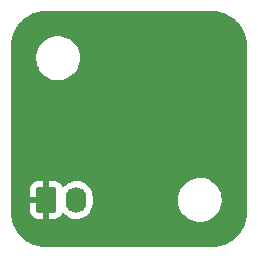
<source format=gbr>
%TF.GenerationSoftware,KiCad,Pcbnew,7.0.7*%
%TF.CreationDate,2023-09-06T19:43:05-05:00*%
%TF.ProjectId,HW1,4857312e-6b69-4636-9164-5f7063625858,1.0*%
%TF.SameCoordinates,Original*%
%TF.FileFunction,Copper,L2,Bot*%
%TF.FilePolarity,Positive*%
%FSLAX46Y46*%
G04 Gerber Fmt 4.6, Leading zero omitted, Abs format (unit mm)*
G04 Created by KiCad (PCBNEW 7.0.7) date 2023-09-06 19:43:05*
%MOMM*%
%LPD*%
G01*
G04 APERTURE LIST*
G04 Aperture macros list*
%AMRoundRect*
0 Rectangle with rounded corners*
0 $1 Rounding radius*
0 $2 $3 $4 $5 $6 $7 $8 $9 X,Y pos of 4 corners*
0 Add a 4 corners polygon primitive as box body*
4,1,4,$2,$3,$4,$5,$6,$7,$8,$9,$2,$3,0*
0 Add four circle primitives for the rounded corners*
1,1,$1+$1,$2,$3*
1,1,$1+$1,$4,$5*
1,1,$1+$1,$6,$7*
1,1,$1+$1,$8,$9*
0 Add four rect primitives between the rounded corners*
20,1,$1+$1,$2,$3,$4,$5,0*
20,1,$1+$1,$4,$5,$6,$7,0*
20,1,$1+$1,$6,$7,$8,$9,0*
20,1,$1+$1,$8,$9,$2,$3,0*%
G04 Aperture macros list end*
%TA.AperFunction,ComponentPad*%
%ADD10RoundRect,0.250000X-0.620000X-0.845000X0.620000X-0.845000X0.620000X0.845000X-0.620000X0.845000X0*%
%TD*%
%TA.AperFunction,ComponentPad*%
%ADD11O,1.740000X2.190000*%
%TD*%
%TA.AperFunction,ViaPad*%
%ADD12C,0.800000*%
%TD*%
G04 APERTURE END LIST*
D10*
%TO.P,J1,1,Pin_1*%
%TO.N,GND*%
X133000000Y-106000000D03*
D11*
%TO.P,J1,2,Pin_2*%
%TO.N,+3V3*%
X135540000Y-106000000D03*
%TD*%
D12*
%TO.N,GND*%
X136000000Y-102000000D03*
%TD*%
%TA.AperFunction,Conductor*%
%TO.N,GND*%
G36*
X147001619Y-90000584D02*
G01*
X147133628Y-90007503D01*
X147317027Y-90017803D01*
X147323212Y-90018465D01*
X147475647Y-90042608D01*
X147638194Y-90070226D01*
X147643811Y-90071453D01*
X147796693Y-90112418D01*
X147889122Y-90139046D01*
X147951724Y-90157082D01*
X147956759Y-90158769D01*
X148106183Y-90216127D01*
X148254007Y-90277358D01*
X148258412Y-90279388D01*
X148324180Y-90312899D01*
X148401921Y-90352511D01*
X148477428Y-90394241D01*
X148541480Y-90429641D01*
X148545215Y-90431882D01*
X148619487Y-90480115D01*
X148680872Y-90519980D01*
X148768357Y-90582053D01*
X148810764Y-90612142D01*
X148813886Y-90614510D01*
X148938748Y-90715621D01*
X148941034Y-90717567D01*
X149058721Y-90822738D01*
X149061248Y-90825128D01*
X149174870Y-90938750D01*
X149177260Y-90941277D01*
X149282431Y-91058964D01*
X149284385Y-91061260D01*
X149385480Y-91186102D01*
X149387862Y-91189243D01*
X149480019Y-91319127D01*
X149533758Y-91401875D01*
X149568106Y-91454767D01*
X149570364Y-91458531D01*
X149647488Y-91598078D01*
X149720604Y-91741575D01*
X149722643Y-91745997D01*
X149783877Y-91893829D01*
X149841221Y-92043217D01*
X149842916Y-92048273D01*
X149887579Y-92203297D01*
X149928541Y-92356171D01*
X149929778Y-92361835D01*
X149957394Y-92524369D01*
X149981530Y-92676758D01*
X149982196Y-92682985D01*
X149992509Y-92866617D01*
X149999415Y-92998377D01*
X149999500Y-93001623D01*
X149999500Y-106998376D01*
X149999415Y-107001622D01*
X149992509Y-107133382D01*
X149982196Y-107317013D01*
X149981530Y-107323240D01*
X149957394Y-107475630D01*
X149929778Y-107638163D01*
X149928541Y-107643827D01*
X149887579Y-107796702D01*
X149842916Y-107951725D01*
X149841221Y-107956781D01*
X149783877Y-108106170D01*
X149722643Y-108254001D01*
X149720604Y-108258423D01*
X149647488Y-108401921D01*
X149570364Y-108541467D01*
X149568097Y-108545246D01*
X149480019Y-108680872D01*
X149387862Y-108810755D01*
X149385480Y-108813896D01*
X149284385Y-108938738D01*
X149282431Y-108941034D01*
X149177260Y-109058721D01*
X149174870Y-109061248D01*
X149061248Y-109174870D01*
X149058721Y-109177260D01*
X148941034Y-109282431D01*
X148938738Y-109284385D01*
X148813896Y-109385480D01*
X148810755Y-109387862D01*
X148680872Y-109480019D01*
X148545246Y-109568097D01*
X148541467Y-109570364D01*
X148401921Y-109647488D01*
X148258423Y-109720604D01*
X148254001Y-109722643D01*
X148106170Y-109783877D01*
X147956781Y-109841221D01*
X147951725Y-109842916D01*
X147796702Y-109887579D01*
X147643827Y-109928541D01*
X147638163Y-109929778D01*
X147475630Y-109957394D01*
X147323240Y-109981530D01*
X147317013Y-109982196D01*
X147133382Y-109992509D01*
X147001622Y-109999415D01*
X146998376Y-109999500D01*
X133001624Y-109999500D01*
X132998378Y-109999415D01*
X132866617Y-109992509D01*
X132682985Y-109982196D01*
X132676758Y-109981530D01*
X132524369Y-109957394D01*
X132361835Y-109929778D01*
X132356171Y-109928541D01*
X132203297Y-109887579D01*
X132048273Y-109842916D01*
X132043217Y-109841221D01*
X131893829Y-109783877D01*
X131745997Y-109722643D01*
X131741575Y-109720604D01*
X131598078Y-109647488D01*
X131458531Y-109570364D01*
X131454767Y-109568106D01*
X131401875Y-109533758D01*
X131319127Y-109480019D01*
X131189243Y-109387862D01*
X131186102Y-109385480D01*
X131061260Y-109284385D01*
X131058964Y-109282431D01*
X130941277Y-109177260D01*
X130938750Y-109174870D01*
X130825128Y-109061248D01*
X130822738Y-109058721D01*
X130717567Y-108941034D01*
X130715613Y-108938738D01*
X130676848Y-108890867D01*
X130614510Y-108813886D01*
X130612136Y-108810755D01*
X130519980Y-108680872D01*
X130487406Y-108630715D01*
X130431882Y-108545215D01*
X130429641Y-108541480D01*
X130394241Y-108477428D01*
X130352511Y-108401921D01*
X130312899Y-108324180D01*
X130279388Y-108258412D01*
X130277358Y-108254007D01*
X130216122Y-108106170D01*
X130158769Y-107956759D01*
X130157082Y-107951724D01*
X130127919Y-107850499D01*
X130112414Y-107796679D01*
X130107082Y-107776779D01*
X130071453Y-107643811D01*
X130070226Y-107638194D01*
X130042601Y-107475606D01*
X130018465Y-107323212D01*
X130017803Y-107317027D01*
X130007490Y-107133382D01*
X130000584Y-107001620D01*
X130000500Y-106998377D01*
X130000500Y-105750000D01*
X131630000Y-105750000D01*
X132291384Y-105750000D01*
X132358423Y-105769685D01*
X132404178Y-105822489D01*
X132414323Y-105890185D01*
X132399866Y-105999998D01*
X132399866Y-106000001D01*
X132414323Y-106109815D01*
X132403557Y-106178850D01*
X132357177Y-106231106D01*
X132291384Y-106250000D01*
X131630001Y-106250000D01*
X131630001Y-106894986D01*
X131640494Y-106997697D01*
X131695641Y-107164119D01*
X131695643Y-107164124D01*
X131787684Y-107313345D01*
X131911654Y-107437315D01*
X132060875Y-107529356D01*
X132060880Y-107529358D01*
X132227302Y-107584505D01*
X132227309Y-107584506D01*
X132330019Y-107594999D01*
X132749999Y-107594999D01*
X132749999Y-106708615D01*
X132769683Y-106641576D01*
X132822487Y-106595821D01*
X132890182Y-106585676D01*
X132961003Y-106595000D01*
X132961010Y-106595000D01*
X133038990Y-106595000D01*
X133038997Y-106595000D01*
X133109816Y-106585676D01*
X133178849Y-106596441D01*
X133231105Y-106642820D01*
X133250000Y-106708615D01*
X133250000Y-107594999D01*
X133669972Y-107594999D01*
X133669986Y-107594998D01*
X133772697Y-107584505D01*
X133939119Y-107529358D01*
X133939124Y-107529356D01*
X134088345Y-107437315D01*
X134212315Y-107313345D01*
X134308149Y-107157975D01*
X134310641Y-107159512D01*
X134347977Y-107117053D01*
X134415158Y-107097857D01*
X134482052Y-107118030D01*
X134503777Y-107136053D01*
X134625967Y-107263543D01*
X134625968Y-107263544D01*
X134814624Y-107403074D01*
X134814626Y-107403075D01*
X134814629Y-107403077D01*
X135024159Y-107508720D01*
X135248529Y-107577432D01*
X135481283Y-107607237D01*
X135715727Y-107597278D01*
X135945116Y-107547841D01*
X136162850Y-107460349D01*
X136362665Y-107337317D01*
X136538815Y-107182286D01*
X136686230Y-106999716D01*
X136800670Y-106794859D01*
X136878843Y-106573608D01*
X136896728Y-106469305D01*
X136918499Y-106342337D01*
X136918500Y-106342326D01*
X136918500Y-106067763D01*
X144145787Y-106067763D01*
X144175413Y-106337013D01*
X144175415Y-106337024D01*
X144243236Y-106596441D01*
X144243928Y-106599088D01*
X144349870Y-106848390D01*
X144443387Y-107001623D01*
X144490979Y-107079605D01*
X144490986Y-107079615D01*
X144664253Y-107287819D01*
X144664259Y-107287824D01*
X144792890Y-107403077D01*
X144865998Y-107468582D01*
X145091910Y-107618044D01*
X145337176Y-107733020D01*
X145337183Y-107733022D01*
X145337185Y-107733023D01*
X145596557Y-107811057D01*
X145596564Y-107811058D01*
X145596569Y-107811060D01*
X145864561Y-107850500D01*
X145864566Y-107850500D01*
X146067636Y-107850500D01*
X146119133Y-107846730D01*
X146270156Y-107835677D01*
X146382758Y-107810593D01*
X146534546Y-107776782D01*
X146534548Y-107776781D01*
X146534553Y-107776780D01*
X146787558Y-107680014D01*
X147023777Y-107547441D01*
X147238177Y-107381888D01*
X147426186Y-107186881D01*
X147583799Y-106966579D01*
X147672086Y-106794859D01*
X147707649Y-106725690D01*
X147707651Y-106725684D01*
X147707656Y-106725675D01*
X147795118Y-106469305D01*
X147844319Y-106202933D01*
X147854212Y-105932235D01*
X147824586Y-105662982D01*
X147756072Y-105400912D01*
X147650130Y-105151610D01*
X147509018Y-104920390D01*
X147488261Y-104895448D01*
X147335746Y-104712180D01*
X147335740Y-104712175D01*
X147134002Y-104531418D01*
X146908092Y-104381957D01*
X146908090Y-104381956D01*
X146662824Y-104266980D01*
X146662819Y-104266978D01*
X146662814Y-104266976D01*
X146403442Y-104188942D01*
X146403428Y-104188939D01*
X146287791Y-104171921D01*
X146135439Y-104149500D01*
X145932369Y-104149500D01*
X145932364Y-104149500D01*
X145729844Y-104164323D01*
X145729831Y-104164325D01*
X145465453Y-104223217D01*
X145465446Y-104223220D01*
X145212439Y-104319987D01*
X144976226Y-104452557D01*
X144976224Y-104452558D01*
X144976223Y-104452559D01*
X144926077Y-104491280D01*
X144761822Y-104618112D01*
X144573822Y-104813109D01*
X144573816Y-104813116D01*
X144416202Y-105033419D01*
X144416199Y-105033424D01*
X144292350Y-105274309D01*
X144292343Y-105274327D01*
X144204884Y-105530685D01*
X144204881Y-105530699D01*
X144155681Y-105797068D01*
X144155680Y-105797075D01*
X144145787Y-106067763D01*
X136918500Y-106067763D01*
X136918500Y-105716437D01*
X136903585Y-105541194D01*
X136844456Y-105314106D01*
X136747804Y-105100287D01*
X136747799Y-105100279D01*
X136616407Y-104905877D01*
X136616403Y-104905872D01*
X136616400Y-104905868D01*
X136454033Y-104736457D01*
X136454032Y-104736456D01*
X136454031Y-104736455D01*
X136265375Y-104596925D01*
X136197462Y-104562684D01*
X136055841Y-104491280D01*
X135831471Y-104422568D01*
X135831469Y-104422567D01*
X135831467Y-104422567D01*
X135598711Y-104392762D01*
X135364276Y-104402721D01*
X135364272Y-104402721D01*
X135134883Y-104452159D01*
X135134882Y-104452159D01*
X134917153Y-104539649D01*
X134717335Y-104662682D01*
X134541184Y-104817714D01*
X134541179Y-104817720D01*
X134510548Y-104855655D01*
X134453117Y-104895448D01*
X134383290Y-104897873D01*
X134323236Y-104862162D01*
X134309236Y-104841354D01*
X134308149Y-104842025D01*
X134212315Y-104686654D01*
X134088345Y-104562684D01*
X133939124Y-104470643D01*
X133939119Y-104470641D01*
X133772697Y-104415494D01*
X133772690Y-104415493D01*
X133669986Y-104405000D01*
X133250000Y-104405000D01*
X133250000Y-105291384D01*
X133230315Y-105358423D01*
X133177511Y-105404178D01*
X133109815Y-105414323D01*
X133039007Y-105405001D01*
X133039002Y-105405000D01*
X133038997Y-105405000D01*
X132961003Y-105405000D01*
X132960997Y-105405000D01*
X132960992Y-105405001D01*
X132890185Y-105414323D01*
X132821150Y-105403557D01*
X132768894Y-105357177D01*
X132750000Y-105291384D01*
X132750000Y-104405000D01*
X132330028Y-104405000D01*
X132330012Y-104405001D01*
X132227302Y-104415494D01*
X132060880Y-104470641D01*
X132060875Y-104470643D01*
X131911654Y-104562684D01*
X131787684Y-104686654D01*
X131695643Y-104835875D01*
X131695641Y-104835880D01*
X131640494Y-105002302D01*
X131640493Y-105002309D01*
X131630000Y-105105013D01*
X131630000Y-105750000D01*
X130000500Y-105750000D01*
X130000500Y-94067763D01*
X132145787Y-94067763D01*
X132175413Y-94337013D01*
X132175415Y-94337024D01*
X132243926Y-94599082D01*
X132243928Y-94599088D01*
X132349870Y-94848390D01*
X132421998Y-94966575D01*
X132490979Y-95079605D01*
X132490986Y-95079615D01*
X132664253Y-95287819D01*
X132664259Y-95287824D01*
X132865998Y-95468582D01*
X133091910Y-95618044D01*
X133337176Y-95733020D01*
X133337183Y-95733022D01*
X133337185Y-95733023D01*
X133596557Y-95811057D01*
X133596564Y-95811058D01*
X133596569Y-95811060D01*
X133864561Y-95850500D01*
X133864566Y-95850500D01*
X134067636Y-95850500D01*
X134119133Y-95846730D01*
X134270156Y-95835677D01*
X134382758Y-95810593D01*
X134534546Y-95776782D01*
X134534548Y-95776781D01*
X134534553Y-95776780D01*
X134787558Y-95680014D01*
X135023777Y-95547441D01*
X135238177Y-95381888D01*
X135426186Y-95186881D01*
X135583799Y-94966579D01*
X135657787Y-94822669D01*
X135707649Y-94725690D01*
X135707651Y-94725684D01*
X135707656Y-94725675D01*
X135795118Y-94469305D01*
X135844319Y-94202933D01*
X135854212Y-93932235D01*
X135824586Y-93662982D01*
X135756072Y-93400912D01*
X135650130Y-93151610D01*
X135509018Y-92920390D01*
X135419747Y-92813119D01*
X135335746Y-92712180D01*
X135335740Y-92712175D01*
X135134002Y-92531418D01*
X134908092Y-92381957D01*
X134865168Y-92361835D01*
X134662824Y-92266980D01*
X134662819Y-92266978D01*
X134662814Y-92266976D01*
X134403442Y-92188942D01*
X134403428Y-92188939D01*
X134287791Y-92171921D01*
X134135439Y-92149500D01*
X133932369Y-92149500D01*
X133932364Y-92149500D01*
X133729844Y-92164323D01*
X133729831Y-92164325D01*
X133465453Y-92223217D01*
X133465446Y-92223220D01*
X133212439Y-92319987D01*
X132976226Y-92452557D01*
X132761822Y-92618112D01*
X132573822Y-92813109D01*
X132573816Y-92813116D01*
X132416202Y-93033419D01*
X132416199Y-93033424D01*
X132292350Y-93274309D01*
X132292343Y-93274327D01*
X132204884Y-93530685D01*
X132204881Y-93530699D01*
X132155681Y-93797068D01*
X132155680Y-93797075D01*
X132145787Y-94067763D01*
X130000500Y-94067763D01*
X130000500Y-93001622D01*
X130000585Y-92998376D01*
X130007490Y-92866625D01*
X130016163Y-92712180D01*
X130017803Y-92682972D01*
X130018464Y-92676789D01*
X130042611Y-92524331D01*
X130070227Y-92361796D01*
X130071451Y-92356196D01*
X130112425Y-92203279D01*
X130157083Y-92048268D01*
X130158764Y-92043254D01*
X130216127Y-91893815D01*
X130277366Y-91745972D01*
X130279379Y-91741606D01*
X130352511Y-91598078D01*
X130359688Y-91585090D01*
X130429655Y-91458494D01*
X130431867Y-91454808D01*
X130519980Y-91319127D01*
X130534130Y-91299182D01*
X130612154Y-91189220D01*
X130614486Y-91186143D01*
X130715655Y-91061209D01*
X130717537Y-91058998D01*
X130822773Y-90941239D01*
X130825092Y-90938787D01*
X130938787Y-90825092D01*
X130941239Y-90822773D01*
X131058998Y-90717537D01*
X131061209Y-90715655D01*
X131186143Y-90614486D01*
X131189220Y-90612154D01*
X131319127Y-90519980D01*
X131329046Y-90513537D01*
X131454808Y-90431867D01*
X131458494Y-90429655D01*
X131598078Y-90352511D01*
X131610063Y-90346403D01*
X131741606Y-90279379D01*
X131745972Y-90277366D01*
X131893815Y-90216127D01*
X132043254Y-90158764D01*
X132048268Y-90157083D01*
X132203279Y-90112425D01*
X132356196Y-90071451D01*
X132361796Y-90070227D01*
X132524284Y-90042618D01*
X132676791Y-90018464D01*
X132682968Y-90017803D01*
X132866566Y-90007493D01*
X132998380Y-90000584D01*
X133001622Y-90000500D01*
X146998378Y-90000500D01*
X147001619Y-90000584D01*
G37*
%TD.AperFunction*%
%TD*%
M02*

</source>
